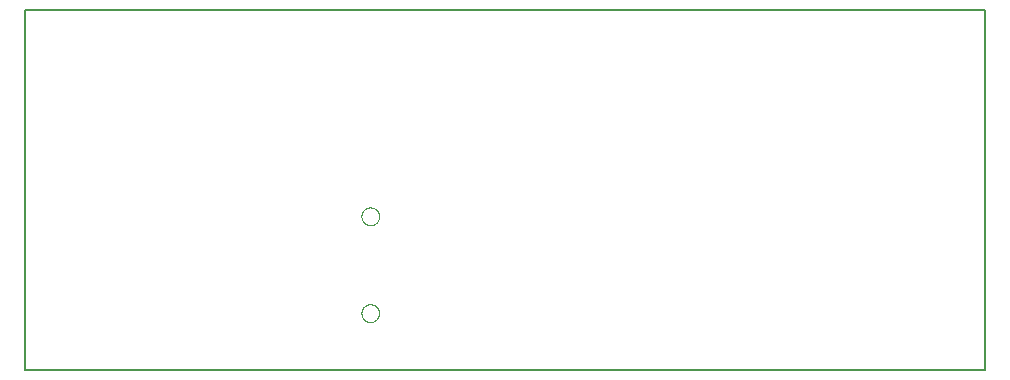
<source format=gko>
G75*
%MOIN*%
%OFA0B0*%
%FSLAX25Y25*%
%IPPOS*%
%LPD*%
%AMOC8*
5,1,8,0,0,1.08239X$1,22.5*
%
%ADD10C,0.00800*%
%ADD11C,0.00000*%
D10*
X0001400Y0001400D02*
X0321400Y0001400D01*
X0321400Y0121400D01*
X0001400Y0121400D01*
X0001400Y0001400D01*
D11*
X0113447Y0020258D02*
X0113449Y0020366D01*
X0113455Y0020475D01*
X0113465Y0020583D01*
X0113479Y0020690D01*
X0113497Y0020797D01*
X0113518Y0020904D01*
X0113544Y0021009D01*
X0113574Y0021114D01*
X0113607Y0021217D01*
X0113644Y0021319D01*
X0113685Y0021419D01*
X0113729Y0021518D01*
X0113778Y0021616D01*
X0113829Y0021711D01*
X0113884Y0021804D01*
X0113943Y0021896D01*
X0114005Y0021985D01*
X0114070Y0022072D01*
X0114138Y0022156D01*
X0114209Y0022238D01*
X0114283Y0022317D01*
X0114360Y0022393D01*
X0114440Y0022467D01*
X0114523Y0022537D01*
X0114608Y0022605D01*
X0114695Y0022669D01*
X0114785Y0022730D01*
X0114877Y0022788D01*
X0114971Y0022842D01*
X0115067Y0022893D01*
X0115164Y0022940D01*
X0115264Y0022984D01*
X0115365Y0023024D01*
X0115467Y0023060D01*
X0115570Y0023092D01*
X0115675Y0023121D01*
X0115781Y0023145D01*
X0115887Y0023166D01*
X0115994Y0023183D01*
X0116102Y0023196D01*
X0116210Y0023205D01*
X0116319Y0023210D01*
X0116427Y0023211D01*
X0116536Y0023208D01*
X0116644Y0023201D01*
X0116752Y0023190D01*
X0116859Y0023175D01*
X0116966Y0023156D01*
X0117072Y0023133D01*
X0117177Y0023107D01*
X0117282Y0023076D01*
X0117384Y0023042D01*
X0117486Y0023004D01*
X0117586Y0022962D01*
X0117685Y0022917D01*
X0117782Y0022868D01*
X0117876Y0022815D01*
X0117969Y0022759D01*
X0118060Y0022700D01*
X0118149Y0022637D01*
X0118235Y0022572D01*
X0118319Y0022503D01*
X0118400Y0022431D01*
X0118478Y0022356D01*
X0118554Y0022278D01*
X0118627Y0022197D01*
X0118697Y0022114D01*
X0118763Y0022029D01*
X0118827Y0021941D01*
X0118887Y0021850D01*
X0118944Y0021758D01*
X0118997Y0021663D01*
X0119047Y0021567D01*
X0119093Y0021469D01*
X0119136Y0021369D01*
X0119175Y0021268D01*
X0119210Y0021165D01*
X0119242Y0021062D01*
X0119269Y0020957D01*
X0119293Y0020851D01*
X0119313Y0020744D01*
X0119329Y0020637D01*
X0119341Y0020529D01*
X0119349Y0020421D01*
X0119353Y0020312D01*
X0119353Y0020204D01*
X0119349Y0020095D01*
X0119341Y0019987D01*
X0119329Y0019879D01*
X0119313Y0019772D01*
X0119293Y0019665D01*
X0119269Y0019559D01*
X0119242Y0019454D01*
X0119210Y0019351D01*
X0119175Y0019248D01*
X0119136Y0019147D01*
X0119093Y0019047D01*
X0119047Y0018949D01*
X0118997Y0018853D01*
X0118944Y0018758D01*
X0118887Y0018666D01*
X0118827Y0018575D01*
X0118763Y0018487D01*
X0118697Y0018402D01*
X0118627Y0018319D01*
X0118554Y0018238D01*
X0118478Y0018160D01*
X0118400Y0018085D01*
X0118319Y0018013D01*
X0118235Y0017944D01*
X0118149Y0017879D01*
X0118060Y0017816D01*
X0117969Y0017757D01*
X0117877Y0017701D01*
X0117782Y0017648D01*
X0117685Y0017599D01*
X0117586Y0017554D01*
X0117486Y0017512D01*
X0117384Y0017474D01*
X0117282Y0017440D01*
X0117177Y0017409D01*
X0117072Y0017383D01*
X0116966Y0017360D01*
X0116859Y0017341D01*
X0116752Y0017326D01*
X0116644Y0017315D01*
X0116536Y0017308D01*
X0116427Y0017305D01*
X0116319Y0017306D01*
X0116210Y0017311D01*
X0116102Y0017320D01*
X0115994Y0017333D01*
X0115887Y0017350D01*
X0115781Y0017371D01*
X0115675Y0017395D01*
X0115570Y0017424D01*
X0115467Y0017456D01*
X0115365Y0017492D01*
X0115264Y0017532D01*
X0115164Y0017576D01*
X0115067Y0017623D01*
X0114971Y0017674D01*
X0114877Y0017728D01*
X0114785Y0017786D01*
X0114695Y0017847D01*
X0114608Y0017911D01*
X0114523Y0017979D01*
X0114440Y0018049D01*
X0114360Y0018123D01*
X0114283Y0018199D01*
X0114209Y0018278D01*
X0114138Y0018360D01*
X0114070Y0018444D01*
X0114005Y0018531D01*
X0113943Y0018620D01*
X0113884Y0018712D01*
X0113829Y0018805D01*
X0113778Y0018900D01*
X0113729Y0018998D01*
X0113685Y0019097D01*
X0113644Y0019197D01*
X0113607Y0019299D01*
X0113574Y0019402D01*
X0113544Y0019507D01*
X0113518Y0019612D01*
X0113497Y0019719D01*
X0113479Y0019826D01*
X0113465Y0019933D01*
X0113455Y0020041D01*
X0113449Y0020150D01*
X0113447Y0020258D01*
X0113447Y0052542D02*
X0113449Y0052650D01*
X0113455Y0052759D01*
X0113465Y0052867D01*
X0113479Y0052974D01*
X0113497Y0053081D01*
X0113518Y0053188D01*
X0113544Y0053293D01*
X0113574Y0053398D01*
X0113607Y0053501D01*
X0113644Y0053603D01*
X0113685Y0053703D01*
X0113729Y0053802D01*
X0113778Y0053900D01*
X0113829Y0053995D01*
X0113884Y0054088D01*
X0113943Y0054180D01*
X0114005Y0054269D01*
X0114070Y0054356D01*
X0114138Y0054440D01*
X0114209Y0054522D01*
X0114283Y0054601D01*
X0114360Y0054677D01*
X0114440Y0054751D01*
X0114523Y0054821D01*
X0114608Y0054889D01*
X0114695Y0054953D01*
X0114785Y0055014D01*
X0114877Y0055072D01*
X0114971Y0055126D01*
X0115067Y0055177D01*
X0115164Y0055224D01*
X0115264Y0055268D01*
X0115365Y0055308D01*
X0115467Y0055344D01*
X0115570Y0055376D01*
X0115675Y0055405D01*
X0115781Y0055429D01*
X0115887Y0055450D01*
X0115994Y0055467D01*
X0116102Y0055480D01*
X0116210Y0055489D01*
X0116319Y0055494D01*
X0116427Y0055495D01*
X0116536Y0055492D01*
X0116644Y0055485D01*
X0116752Y0055474D01*
X0116859Y0055459D01*
X0116966Y0055440D01*
X0117072Y0055417D01*
X0117177Y0055391D01*
X0117282Y0055360D01*
X0117384Y0055326D01*
X0117486Y0055288D01*
X0117586Y0055246D01*
X0117685Y0055201D01*
X0117782Y0055152D01*
X0117876Y0055099D01*
X0117969Y0055043D01*
X0118060Y0054984D01*
X0118149Y0054921D01*
X0118235Y0054856D01*
X0118319Y0054787D01*
X0118400Y0054715D01*
X0118478Y0054640D01*
X0118554Y0054562D01*
X0118627Y0054481D01*
X0118697Y0054398D01*
X0118763Y0054313D01*
X0118827Y0054225D01*
X0118887Y0054134D01*
X0118944Y0054042D01*
X0118997Y0053947D01*
X0119047Y0053851D01*
X0119093Y0053753D01*
X0119136Y0053653D01*
X0119175Y0053552D01*
X0119210Y0053449D01*
X0119242Y0053346D01*
X0119269Y0053241D01*
X0119293Y0053135D01*
X0119313Y0053028D01*
X0119329Y0052921D01*
X0119341Y0052813D01*
X0119349Y0052705D01*
X0119353Y0052596D01*
X0119353Y0052488D01*
X0119349Y0052379D01*
X0119341Y0052271D01*
X0119329Y0052163D01*
X0119313Y0052056D01*
X0119293Y0051949D01*
X0119269Y0051843D01*
X0119242Y0051738D01*
X0119210Y0051635D01*
X0119175Y0051532D01*
X0119136Y0051431D01*
X0119093Y0051331D01*
X0119047Y0051233D01*
X0118997Y0051137D01*
X0118944Y0051042D01*
X0118887Y0050950D01*
X0118827Y0050859D01*
X0118763Y0050771D01*
X0118697Y0050686D01*
X0118627Y0050603D01*
X0118554Y0050522D01*
X0118478Y0050444D01*
X0118400Y0050369D01*
X0118319Y0050297D01*
X0118235Y0050228D01*
X0118149Y0050163D01*
X0118060Y0050100D01*
X0117969Y0050041D01*
X0117877Y0049985D01*
X0117782Y0049932D01*
X0117685Y0049883D01*
X0117586Y0049838D01*
X0117486Y0049796D01*
X0117384Y0049758D01*
X0117282Y0049724D01*
X0117177Y0049693D01*
X0117072Y0049667D01*
X0116966Y0049644D01*
X0116859Y0049625D01*
X0116752Y0049610D01*
X0116644Y0049599D01*
X0116536Y0049592D01*
X0116427Y0049589D01*
X0116319Y0049590D01*
X0116210Y0049595D01*
X0116102Y0049604D01*
X0115994Y0049617D01*
X0115887Y0049634D01*
X0115781Y0049655D01*
X0115675Y0049679D01*
X0115570Y0049708D01*
X0115467Y0049740D01*
X0115365Y0049776D01*
X0115264Y0049816D01*
X0115164Y0049860D01*
X0115067Y0049907D01*
X0114971Y0049958D01*
X0114877Y0050012D01*
X0114785Y0050070D01*
X0114695Y0050131D01*
X0114608Y0050195D01*
X0114523Y0050263D01*
X0114440Y0050333D01*
X0114360Y0050407D01*
X0114283Y0050483D01*
X0114209Y0050562D01*
X0114138Y0050644D01*
X0114070Y0050728D01*
X0114005Y0050815D01*
X0113943Y0050904D01*
X0113884Y0050996D01*
X0113829Y0051089D01*
X0113778Y0051184D01*
X0113729Y0051282D01*
X0113685Y0051381D01*
X0113644Y0051481D01*
X0113607Y0051583D01*
X0113574Y0051686D01*
X0113544Y0051791D01*
X0113518Y0051896D01*
X0113497Y0052003D01*
X0113479Y0052110D01*
X0113465Y0052217D01*
X0113455Y0052325D01*
X0113449Y0052434D01*
X0113447Y0052542D01*
M02*

</source>
